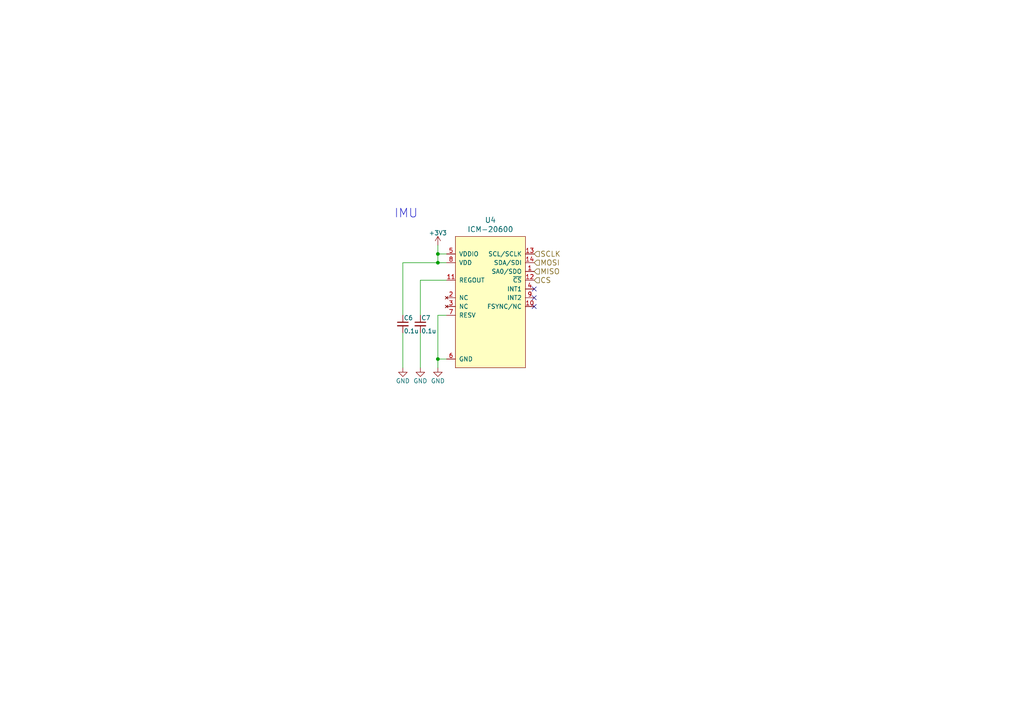
<source format=kicad_sch>
(kicad_sch (version 20230121) (generator eeschema)
  (paper "A4")
  (lib_symbols
    (symbol "KERISE-rescue:+3.3V-power-KERISE-rescue-KERISE-rescue" (power) (pin_names (offset 0))
      (property "Value" "+3.3V-power-KERISE-rescue-KERISE-rescue" (at 0 3.556 0))
      (symbol "+3.3V-power-KERISE-rescue-KERISE-rescue_0_1"
        (polyline (pts (xy -0.762 1.27) (xy 0 2.54)))
        (polyline (pts (xy 0 0) (xy 0 2.54)))
        (polyline (pts (xy 0 2.54) (xy 0.762 1.27)))
      )
      (symbol "+3.3V-power-KERISE-rescue-KERISE-rescue_1_1"
        (pin power_in line (at 0 0 90) (length 0) hide (name "+3V3") (number "1"))
      )
    )
    (symbol "KERISE-rescue:C_Small-Device-KERISE-rescue-KERISE-rescue" (pin_numbers hide) (pin_names (offset 0.254) hide)
      (property "Reference" "C" (at 0.254 1.778 0))
      (property "Value" "C_Small-Device-KERISE-rescue-KERISE-rescue" (at 0.254 -2.032 0))
      (symbol "C_Small-Device-KERISE-rescue-KERISE-rescue_0_1"
        (polyline (pts (xy -1.524 -0.508) (xy 1.524 -0.508)) (stroke (width 0.3302)))
        (polyline (pts (xy -1.524 0.508) (xy 1.524 0.508)) (stroke (width 0.3048)))
      )
      (symbol "C_Small-Device-KERISE-rescue-KERISE-rescue_1_1"
        (pin passive line (at 0 2.54 270) (length 2.032) (name "~") (number "1"))
        (pin passive line (at 0 -2.54 90) (length 2.032) (name "~") (number "2"))
      )
    )
    (symbol "KERISE-rescue:GND-power-KERISE-rescue-KERISE-rescue" (power) (pin_names (offset 0))
      (property "Value" "GND-power-KERISE-rescue-KERISE-rescue" (at 0 -3.81 0))
      (symbol "GND-power-KERISE-rescue-KERISE-rescue_0_1"
        (polyline (pts (xy 0 0) (xy 0 -1.27) (xy 1.27 -1.27) (xy 0 -2.54) (xy -1.27 -1.27) (xy 0 -1.27)))
      )
      (symbol "GND-power-KERISE-rescue-KERISE-rescue_1_1"
        (pin power_in line (at 0 0 270) (length 0) hide (name "GND") (number "1"))
      )
    )
    (symbol "KERISE:ICM-20600" (pin_names (offset 1.016))
      (property "Reference" "U" (at 0 19.05 0))
      (property "Value" "ICM-20600" (at 0 15.24 0))
      (symbol "ICM-20600_0_1"
        (rectangle (start -10.16 17.78) (end 10.16 -20.32) (fill (type background)))
      )
      (symbol "ICM-20600_1_1"
        (pin input line (at 12.7 7.62 180) (length 2.54) (name "SA0/SDO") (number "1"))
        (pin input line (at 12.7 -2.54 180) (length 2.54) (name "FSYNC/NC") (number "10"))
        (pin power_out line (at -12.7 5.08 0) (length 2.54) (name "REGOUT") (number "11"))
        (pin input line (at 12.7 5.08 180) (length 2.54) (name "~{CS}") (number "12"))
        (pin input line (at 12.7 12.7 180) (length 2.54) (name "SCL/SCLK") (number "13"))
        (pin input line (at 12.7 10.16 180) (length 2.54) (name "SDA/SDI") (number "14"))
        (pin no_connect line (at -12.7 0 0) (length 2.54) (name "NC") (number "2"))
        (pin no_connect line (at -12.7 -2.54 0) (length 2.54) (name "NC") (number "3"))
        (pin output line (at 12.7 2.54 180) (length 2.54) (name "INT1") (number "4"))
        (pin power_in line (at -12.7 12.7 0) (length 2.54) (name "VDDIO") (number "5"))
        (pin power_in line (at -12.7 -17.78 0) (length 2.54) (name "GND") (number "6"))
        (pin input line (at -12.7 -5.08 0) (length 2.54) (name "RESV") (number "7"))
        (pin power_in line (at -12.7 10.16 0) (length 2.54) (name "VDD") (number "8"))
        (pin input line (at 12.7 0 180) (length 2.54) (name "INT2") (number "9"))
      )
    )
  )
  (junction (at 127 73.66))
  (junction (at 127 76.2))
  (junction (at 127 104.14))
  (no_connect (at 154.94 86.36))
  (no_connect (at 154.94 88.9))
  (no_connect (at 154.94 83.82))
  (wire (pts (xy 127 104.14) (xy 127 106.68)))
  (wire (pts (xy 121.92 81.28) (xy 129.54 81.28)))
  (wire (pts (xy 116.84 106.68) (xy 116.84 96.52)))
  (wire (pts (xy 127 91.44) (xy 127 104.14)))
  (wire (pts (xy 116.84 76.2) (xy 127 76.2)))
  (wire (pts (xy 121.92 106.68) (xy 121.92 96.52)))
  (wire (pts (xy 127 71.12) (xy 127 73.66)))
  (wire (pts (xy 116.84 76.2) (xy 116.84 91.44)))
  (wire (pts (xy 127 73.66) (xy 127 76.2)))
  (wire (pts (xy 127 104.14) (xy 129.54 104.14)))
  (wire (pts (xy 121.92 91.44) (xy 121.92 81.28)))
  (wire (pts (xy 127 76.2) (xy 129.54 76.2)))
  (wire (pts (xy 127 91.44) (xy 129.54 91.44)))
  (wire (pts (xy 127 73.66) (xy 129.54 73.66)))
  (text "IMU" (at 114.3 63.5 0) (effects (font (size 2.54 2.54)) (justify left bottom)))
  (hierarchical_label "MOSI" (shape input) (at 154.94 76.2 0) (effects (font (size 1.524 1.524))))
  (hierarchical_label "MISO" (shape input) (at 154.94 78.74 0) (effects (font (size 1.524 1.524))))
  (hierarchical_label "CS" (shape input) (at 154.94 81.28 0) (effects (font (size 1.524 1.524))))
  (hierarchical_label "SCLK" (shape input) (at 154.94 73.66 0) (effects (font (size 1.524 1.524))))
  (symbol (lib_id "KERISE-rescue:C_Small-Device-KERISE-rescue-KERISE-rescue") (at 121.92 93.98 0) (unit 1)
    (property "Reference" "C7" (at 122.174 92.202 0) (effects (justify left)))
    (property "Value" "0.1u" (at 122.174 96.012 0) (effects (justify left)))
    (property "Footprint" "Capacitor_SMD:C_0201_0603Metric" (effects hide))
    (instances (project "KERISE" (path "" (reference "C7") (unit 1)) (path "" (reference "C?") (unit 1))))
  )
  (symbol (lib_id "KERISE-rescue:C_Small-Device-KERISE-rescue-KERISE-rescue") (at 116.84 93.98 0) (unit 1)
    (property "Reference" "C6" (at 117.094 92.202 0) (effects (justify left)))
    (property "Value" "0.1u" (at 117.094 96.012 0) (effects (justify left)))
    (property "Footprint" "Capacitor_SMD:C_0201_0603Metric" (effects hide))
    (instances (project "KERISE" (path "" (reference "C6") (unit 1)) (path "" (reference "C?") (unit 1))))
  )
  (symbol (lib_id "KERISE-rescue:GND-power-KERISE-rescue-KERISE-rescue") (at 127 106.68 0) (unit 1)
    (property "Reference" "#PWR023" (effects hide))
    (property "Value" "GND" (at 127 110.49 0))
    (instances (project "KERISE" (path "" (reference "#PWR023") (unit 1)) (path "" (reference "#PWR?") (unit 1))))
  )
  (symbol (lib_id "KERISE-rescue:GND-power-KERISE-rescue-KERISE-rescue") (at 121.92 106.68 0) (unit 1)
    (property "Reference" "#PWR021" (effects hide))
    (property "Value" "GND" (at 121.92 110.49 0))
    (instances (project "KERISE" (path "" (reference "#PWR021") (unit 1)) (path "" (reference "#PWR?") (unit 1))))
  )
  (symbol (lib_id "KERISE-rescue:GND-power-KERISE-rescue-KERISE-rescue") (at 116.84 106.68 0) (unit 1)
    (property "Reference" "#PWR020" (effects hide))
    (property "Value" "GND" (at 116.84 110.49 0))
    (instances (project "KERISE" (path "" (reference "#PWR020") (unit 1)) (path "" (reference "#PWR?") (unit 1))))
  )
  (symbol (lib_id "KERISE-rescue:+3.3V-power-KERISE-rescue-KERISE-rescue") (at 127 71.12 0) (unit 1)
    (property "Reference" "#PWR022" (effects hide))
    (property "Value" "+3.3V" (at 127 67.564 0))
    (instances (project "KERISE" (path "" (reference "#PWR022") (unit 1)) (path "" (reference "#PWR?") (unit 1))))
  )
  (symbol (lib_id "KERISE:ICM-20600") (at 142.24 86.36 0) (unit 1)
    (property "Reference" "U4" (at 142.24 63.8302 0) (effects (font (size 1.524 1.524))))
    (property "Value" "ICM-20600" (at 142.24 66.5226 0) (effects (font (size 1.524 1.524))))
    (property "Footprint" "mouse:ICM-20600" (effects hide))
  )
)
</source>
